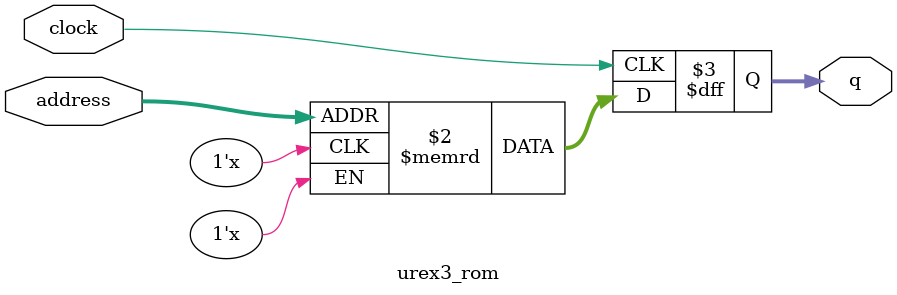
<source format=sv>
module urex3_rom (
	input logic clock,
	input logic [9:0] address,
	output logic [3:0] q
);

logic [3:0] memory [0:1023] /* synthesis ram_init_file = "./urex3/urex3.mif" */;

always_ff @ (posedge clock) begin
	q <= memory[address];
end

endmodule

</source>
